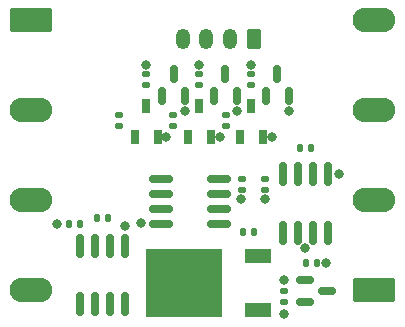
<source format=gbr>
%TF.GenerationSoftware,KiCad,Pcbnew,(6.0.4)*%
%TF.CreationDate,2022-07-19T00:56:17+02:00*%
%TF.ProjectId,Controller_Window,436f6e74-726f-46c6-9c65-725f57696e64,rev?*%
%TF.SameCoordinates,Original*%
%TF.FileFunction,Soldermask,Top*%
%TF.FilePolarity,Negative*%
%FSLAX46Y46*%
G04 Gerber Fmt 4.6, Leading zero omitted, Abs format (unit mm)*
G04 Created by KiCad (PCBNEW (6.0.4)) date 2022-07-19 00:56:17*
%MOMM*%
%LPD*%
G01*
G04 APERTURE LIST*
G04 Aperture macros list*
%AMRoundRect*
0 Rectangle with rounded corners*
0 $1 Rounding radius*
0 $2 $3 $4 $5 $6 $7 $8 $9 X,Y pos of 4 corners*
0 Add a 4 corners polygon primitive as box body*
4,1,4,$2,$3,$4,$5,$6,$7,$8,$9,$2,$3,0*
0 Add four circle primitives for the rounded corners*
1,1,$1+$1,$2,$3*
1,1,$1+$1,$4,$5*
1,1,$1+$1,$6,$7*
1,1,$1+$1,$8,$9*
0 Add four rect primitives between the rounded corners*
20,1,$1+$1,$2,$3,$4,$5,0*
20,1,$1+$1,$4,$5,$6,$7,0*
20,1,$1+$1,$6,$7,$8,$9,0*
20,1,$1+$1,$8,$9,$2,$3,0*%
G04 Aperture macros list end*
%ADD10RoundRect,0.140000X-0.170000X0.140000X-0.170000X-0.140000X0.170000X-0.140000X0.170000X0.140000X0*%
%ADD11RoundRect,0.140000X-0.140000X-0.170000X0.140000X-0.170000X0.140000X0.170000X-0.140000X0.170000X0*%
%ADD12RoundRect,0.140000X0.140000X0.170000X-0.140000X0.170000X-0.140000X-0.170000X0.140000X-0.170000X0*%
%ADD13R,0.650000X1.220000*%
%ADD14RoundRect,0.250000X0.350000X0.625000X-0.350000X0.625000X-0.350000X-0.625000X0.350000X-0.625000X0*%
%ADD15O,1.200000X1.750000*%
%ADD16RoundRect,0.150000X-0.587500X-0.150000X0.587500X-0.150000X0.587500X0.150000X-0.587500X0.150000X0*%
%ADD17RoundRect,0.150000X-0.825000X-0.150000X0.825000X-0.150000X0.825000X0.150000X-0.825000X0.150000X0*%
%ADD18R,2.200000X1.200000*%
%ADD19R,6.400000X5.800000*%
%ADD20RoundRect,0.150000X0.150000X-0.825000X0.150000X0.825000X-0.150000X0.825000X-0.150000X-0.825000X0*%
%ADD21RoundRect,0.150000X0.150000X-0.587500X0.150000X0.587500X-0.150000X0.587500X-0.150000X-0.587500X0*%
%ADD22RoundRect,0.140000X0.170000X-0.140000X0.170000X0.140000X-0.170000X0.140000X-0.170000X-0.140000X0*%
%ADD23RoundRect,0.250001X1.549999X-0.799999X1.549999X0.799999X-1.549999X0.799999X-1.549999X-0.799999X0*%
%ADD24O,3.600000X2.100000*%
%ADD25RoundRect,0.250001X-1.549999X0.799999X-1.549999X-0.799999X1.549999X-0.799999X1.549999X0.799999X0*%
%ADD26C,0.800000*%
G04 APERTURE END LIST*
D10*
%TO.C,R8*%
X142100000Y-95920000D03*
X142100000Y-96880000D03*
%TD*%
D11*
%TO.C,R2*%
X153320000Y-108400000D03*
X154280000Y-108400000D03*
%TD*%
D12*
%TO.C,C5*%
X134230000Y-105100000D03*
X133270000Y-105100000D03*
%TD*%
D10*
%TO.C,R9*%
X144325000Y-92420000D03*
X144325000Y-93380000D03*
%TD*%
D13*
%TO.C,Q2*%
X147775000Y-97810000D03*
X149675000Y-97810000D03*
X148725000Y-95190000D03*
%TD*%
D10*
%TO.C,C4*%
X147950000Y-101320000D03*
X147950000Y-102280000D03*
%TD*%
D12*
%TO.C,C3*%
X148930000Y-105850000D03*
X147970000Y-105850000D03*
%TD*%
D14*
%TO.C,J3*%
X148900000Y-89450000D03*
D15*
X146900000Y-89450000D03*
X144900000Y-89450000D03*
X142900000Y-89450000D03*
%TD*%
D16*
%TO.C,Q1*%
X153262500Y-109850000D03*
X153262500Y-111750000D03*
X155137500Y-110800000D03*
%TD*%
D10*
%TO.C,R3*%
X146600000Y-95920000D03*
X146600000Y-96880000D03*
%TD*%
D13*
%TO.C,Q3*%
X138875000Y-97810000D03*
X140775000Y-97810000D03*
X139825000Y-95190000D03*
%TD*%
D17*
%TO.C,U3*%
X141025000Y-101295000D03*
X141025000Y-102565000D03*
X141025000Y-103835000D03*
X141025000Y-105105000D03*
X145975000Y-105105000D03*
X145975000Y-103835000D03*
X145975000Y-102565000D03*
X145975000Y-101295000D03*
%TD*%
D18*
%TO.C,U1*%
X149300000Y-112380000D03*
D19*
X143000000Y-110100000D03*
D18*
X149300000Y-107820000D03*
%TD*%
D10*
%TO.C,C2*%
X149900000Y-101320000D03*
X149900000Y-102280000D03*
%TD*%
D20*
%TO.C,U4*%
X134220000Y-111915000D03*
X135490000Y-111915000D03*
X136760000Y-111915000D03*
X138030000Y-111915000D03*
X138030000Y-106965000D03*
X136760000Y-106965000D03*
X135490000Y-106965000D03*
X134220000Y-106965000D03*
%TD*%
D21*
%TO.C,Q7*%
X145575000Y-94337500D03*
X147475000Y-94337500D03*
X146525000Y-92462500D03*
%TD*%
D22*
%TO.C,C1*%
X151500000Y-111780000D03*
X151500000Y-110820000D03*
%TD*%
D10*
%TO.C,R5*%
X148725000Y-92420000D03*
X148725000Y-93380000D03*
%TD*%
D13*
%TO.C,Q6*%
X143375000Y-97810000D03*
X145275000Y-97810000D03*
X144325000Y-95190000D03*
%TD*%
D11*
%TO.C,R1*%
X152820000Y-98700000D03*
X153780000Y-98700000D03*
%TD*%
D23*
%TO.C,J1*%
X159122500Y-110730000D03*
D24*
X159122500Y-103110000D03*
X159122500Y-95490000D03*
X159122500Y-87870000D03*
%TD*%
D10*
%TO.C,R4*%
X137500000Y-95920000D03*
X137500000Y-96880000D03*
%TD*%
D21*
%TO.C,Q5*%
X141175000Y-94337500D03*
X143075000Y-94337500D03*
X142125000Y-92462500D03*
%TD*%
D25*
%TO.C,J2*%
X130052500Y-87870000D03*
D24*
X130052500Y-95490000D03*
X130052500Y-103110000D03*
X130052500Y-110730000D03*
%TD*%
D10*
%TO.C,R6*%
X139825000Y-92420000D03*
X139825000Y-93380000D03*
%TD*%
D21*
%TO.C,Q4*%
X149975000Y-94337500D03*
X151875000Y-94337500D03*
X150925000Y-92462500D03*
%TD*%
D11*
%TO.C,R7*%
X135645000Y-104639999D03*
X136605000Y-104639999D03*
%TD*%
D20*
%TO.C,U2*%
X151395000Y-105875000D03*
X152665000Y-105875000D03*
X153935000Y-105875000D03*
X155205000Y-105875000D03*
X155205000Y-100925000D03*
X153935000Y-100925000D03*
X152665000Y-100925000D03*
X151395000Y-100925000D03*
%TD*%
D26*
X148700000Y-91700000D03*
X151500000Y-112800000D03*
X144300000Y-91700000D03*
X139800000Y-91700000D03*
X151500000Y-109900000D03*
X150475000Y-97800000D03*
X141300000Y-111600000D03*
X149900000Y-103000000D03*
X144200000Y-109000000D03*
X138000000Y-105300000D03*
X156100000Y-100900000D03*
X147850500Y-103050000D03*
X151875000Y-95550000D03*
X147475000Y-95550000D03*
X143075000Y-95550000D03*
X153300000Y-107200000D03*
X155000000Y-108400000D03*
X144200000Y-111600000D03*
X132300000Y-105100000D03*
X146025000Y-97800000D03*
X141525000Y-97800000D03*
X139400000Y-105075989D03*
X141300000Y-109000000D03*
M02*

</source>
